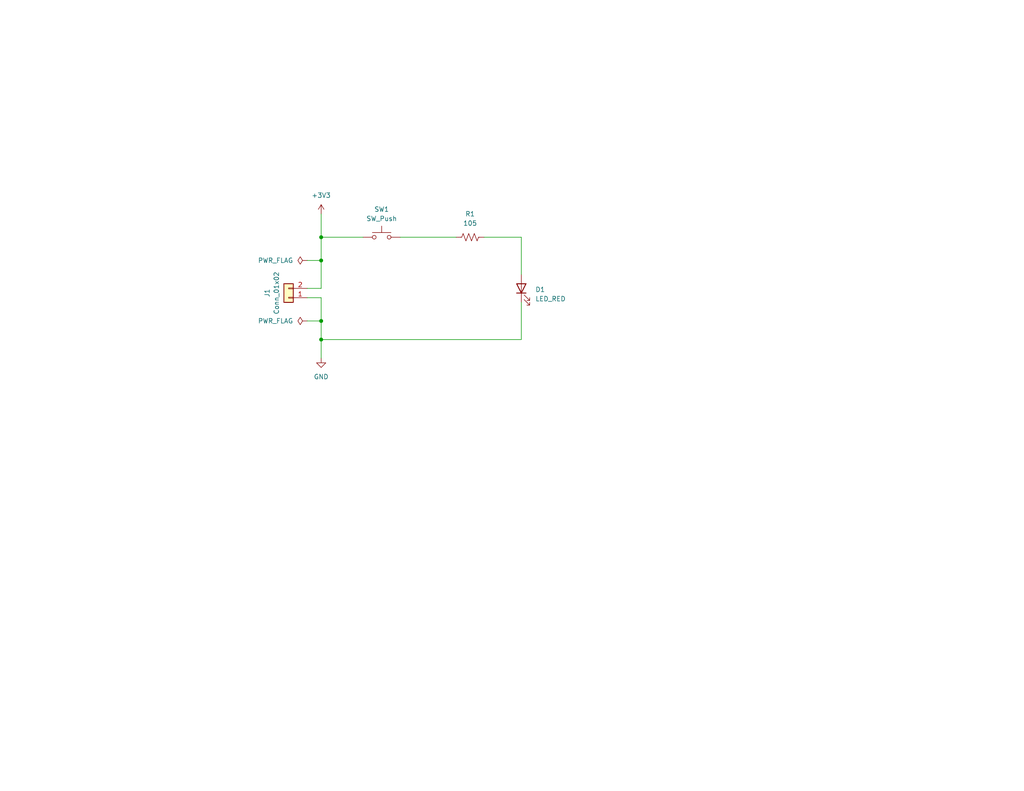
<source format=kicad_sch>
(kicad_sch (version 20231120) (generator "eeschema") (generator_version "8.0")
  (paper "USLetter")
  (title_block (title "LED Project") (date "2024-09-17") (rev "1.0") (company "Illini Solar Car") (comment 1 "Designed By: Angela Huang"))
  (lib_symbols
    (symbol "Connector_Generic:Conn_01x02" (pin_names (offset 1.016) hide)
      (property "Reference" "J" (at 0 2.54 0))
      (property "Value" "Conn_01x02" (at 0 -5.08 0))
      (symbol "Conn_01x02_1_1"
        (rectangle (start -1.27 -2.413) (end 0 -2.667) (stroke (width 0.1524)))
        (rectangle (start -1.27 0.127) (end 0 -0.127) (stroke (width 0.1524)))
        (rectangle (start -1.27 1.27) (end 1.27 -3.81) (stroke (width 0.254)) (fill (type background)))
        (pin passive line (at -5.08 0 0) (length 3.81) (name "Pin_1") (number "1"))
        (pin passive line (at -5.08 -2.54 0) (length 3.81) (name "Pin_2") (number "2"))
      )
    )
    (symbol "Device:LED" (pin_numbers hide) (pin_names (offset 1.016) hide)
      (property "Reference" "D" (at 0 2.54 0))
      (property "Value" "LED" (at 0 -2.54 0))
      (symbol "LED_0_1"
        (polyline (pts (xy -1.27 -1.27) (xy -1.27 1.27)) (stroke (width 0.254)))
        (polyline (pts (xy -1.27 0) (xy 1.27 0)))
        (polyline (pts (xy 1.27 -1.27) (xy 1.27 1.27) (xy -1.27 0) (xy 1.27 -1.27)) (stroke (width 0.254)))
        (polyline (pts (xy -3.048 -0.762) (xy -4.572 -2.286) (xy -3.81 -2.286) (xy -4.572 -2.286) (xy -4.572 -1.524)))
        (polyline (pts (xy -1.778 -0.762) (xy -3.302 -2.286) (xy -2.54 -2.286) (xy -3.302 -2.286) (xy -3.302 -1.524)))
      )
      (symbol "LED_1_1"
        (pin passive line (at -3.81 0 0) (length 2.54) (name "K") (number "1"))
        (pin passive line (at 3.81 0 180) (length 2.54) (name "A") (number "2"))
      )
    )
    (symbol "Device:R_US" (pin_numbers hide) (pin_names (offset 0))
      (property "Reference" "R" (at 2.54 0 90))
      (property "Value" "R_US" (at -2.54 0 90))
      (symbol "R_US_0_1"
        (polyline (pts (xy 0 -2.286) (xy 0 -2.54)))
        (polyline (pts (xy 0 2.286) (xy 0 2.54)))
        (polyline (pts (xy 0 -0.762) (xy 1.016 -1.143) (xy 0 -1.524) (xy -1.016 -1.905) (xy 0 -2.286)))
        (polyline (pts (xy 0 0.762) (xy 1.016 0.381) (xy 0 0) (xy -1.016 -0.381) (xy 0 -0.762)))
        (polyline (pts (xy 0 2.286) (xy 1.016 1.905) (xy 0 1.524) (xy -1.016 1.143) (xy 0 0.762)))
      )
      (symbol "R_US_1_1"
        (pin passive line (at 0 3.81 270) (length 1.27) (name "~") (number "1"))
        (pin passive line (at 0 -3.81 90) (length 1.27) (name "~") (number "2"))
      )
    )
    (symbol "Switch:SW_Push" (pin_numbers hide) (pin_names (offset 1.016) hide)
      (property "Reference" "SW" (at 1.27 2.54 0))
      (property "Value" "SW_Push" (at 0 -1.524 0))
      (symbol "SW_Push_0_1"
        (circle (center -2.032 0) (radius 0.508))
        (polyline (pts (xy 0 1.27) (xy 0 3.048)))
        (polyline (pts (xy 2.54 1.27) (xy -2.54 1.27)))
        (circle (center 2.032 0) (radius 0.508))
        (pin passive line (at -5.08 0 0) (length 2.54) (name "1") (number "1"))
        (pin passive line (at 5.08 0 180) (length 2.54) (name "2") (number "2"))
      )
    )
    (symbol "power:+3V3" (power) (pin_names (offset 0))
      (property "Value" "+3V3" (at 0 3.556 0))
      (symbol "+3V3_0_1"
        (polyline (pts (xy -0.762 1.27) (xy 0 2.54)))
        (polyline (pts (xy 0 0) (xy 0 2.54)))
        (polyline (pts (xy 0 2.54) (xy 0.762 1.27)))
      )
      (symbol "+3V3_1_1"
        (pin power_in line (at 0 0 90) (length 0) hide (name "+3V3") (number "1"))
      )
    )
    (symbol "power:GND" (power) (pin_names (offset 0))
      (property "Value" "GND" (at 0 -3.81 0))
      (symbol "GND_0_1"
        (polyline (pts (xy 0 0) (xy 0 -1.27) (xy 1.27 -1.27) (xy 0 -2.54) (xy -1.27 -1.27) (xy 0 -1.27)))
      )
      (symbol "GND_1_1"
        (pin power_in line (at 0 0 270) (length 0) hide (name "GND") (number "1"))
      )
    )
    (symbol "power:PWR_FLAG" (power) (pin_numbers hide) (pin_names (offset 0) hide)
      (property "Value" "PWR_FLAG" (at 0 3.81 0))
      (symbol "PWR_FLAG_0_0"
        (pin power_out line (at 0 0 90) (length 0) (name "pwr") (number "1"))
      )
      (symbol "PWR_FLAG_0_1"
        (polyline (pts (xy 0 0) (xy 0 1.27) (xy -1.016 1.905) (xy 0 2.54) (xy 1.016 1.905) (xy 0 1.27)))
      )
    )
  )
  (junction (at 87.63 64.77))
  (junction (at 87.63 87.63))
  (junction (at 87.63 71.12))
  (junction (at 87.63 92.71))
  (wire (pts (xy 109.22 64.77) (xy 124.46 64.77)))
  (wire (pts (xy 142.24 64.77) (xy 142.24 74.93)))
  (wire (pts (xy 87.63 81.28) (xy 83.82 81.28)))
  (wire (pts (xy 87.63 64.77) (xy 87.63 71.12)))
  (wire (pts (xy 99.06 64.77) (xy 87.63 64.77)))
  (wire (pts (xy 83.82 71.12) (xy 87.63 71.12)))
  (wire (pts (xy 87.63 71.12) (xy 87.63 78.74)))
  (wire (pts (xy 142.24 82.55) (xy 142.24 92.71)))
  (wire (pts (xy 87.63 92.71) (xy 87.63 87.63)))
  (wire (pts (xy 87.63 78.74) (xy 83.82 78.74)))
  (wire (pts (xy 83.82 87.63) (xy 87.63 87.63)))
  (wire (pts (xy 87.63 87.63) (xy 87.63 81.28)))
  (wire (pts (xy 132.08 64.77) (xy 142.24 64.77)))
  (wire (pts (xy 87.63 92.71) (xy 142.24 92.71)))
  (wire (pts (xy 87.63 58.42) (xy 87.63 64.77)))
  (wire (pts (xy 87.63 92.71) (xy 87.63 97.79)))
  (symbol (lib_id "power:PWR_FLAG") (at 83.82 71.12 90) (unit 1)
    (property "Reference" "#FLG01" (effects (hide yes)))
    (property "Value" "PWR_FLAG" (at 80.01 71.1199 90) (effects (justify left)))
    (property "Description" "Special symbol for telling ERC where power comes from" (effects (hide yes)))
  )
  (symbol (lib_id "Connector_Generic:Conn_01x02") (at 78.74 81.28 180) (unit 1)
    (property "Reference" "J1" (at 72.898 80.01 90))
    (property "Value" "Conn_01x02" (at 75.438 80.01 90))
    (property "Footprint" "Connector_Molex:Molex_KK-254_AE-6410-02A_1x02_P2.54mm_Vertical" (effects (hide yes)))
    (property "Datasheet" "https://www.molex.com/content/dam/molex/molex-dot-com/products/automated/en-us/salesdrawingpdf/641/6410/022272021_sd.pdf?inline" (effects (hide yes)))
    (property "Description" "Generic connector, single row, 01x02, script generated (kicad-library-utils/schlib/autogen/connector/)" (effects (hide yes)))
    (property "MPN" "022272021" (effects (hide yes)))
  )
  (symbol (lib_id "Switch:SW_Push") (at 104.14 64.77 0) (unit 1)
    (property "Reference" "SW1" (at 104.14 57.15 0))
    (property "Value" "SW_Push" (at 104.14 59.69 0))
    (property "Footprint" "Button_Switch_SMD:SW_DIP_SPSTx01_Slide_6.7x4.1mm_W8.61mm_P2.54mm_LowProfile" (effects (hide yes)))
    (property "Datasheet" "https://www.digikey.com/htmldatasheets/production/20663/0/0/1/2-1825910-2.pdf" (effects (hide yes)))
    (property "Description" "Push button switch, generic, two pins" (effects (hide yes)))
    (property "MPN" "1825910-6" (effects (hide yes)))
  )
  (symbol (lib_id "power:GND") (at 87.63 97.79 0) (unit 1)
    (property "Reference" "#PWR02" (effects (hide yes)))
    (property "Value" "GND" (at 87.63 102.87 0))
    (property "Description" "Power symbol creates a global label with name \"GND\" , ground" (effects (hide yes)))
  )
  (symbol (lib_id "power:PWR_FLAG") (at 83.82 87.63 90) (unit 1)
    (property "Reference" "#FLG02" (effects (hide yes)))
    (property "Value" "PWR_FLAG" (at 80.01 87.6299 90) (effects (justify left)))
    (property "Description" "Special symbol for telling ERC where power comes from" (effects (hide yes)))
  )
  (symbol (lib_id "Device:LED") (at 142.24 78.74 90) (unit 1)
    (property "Reference" "D1" (at 146.05 79.0574 90) (effects (justify right)))
    (property "Value" "LED_RED" (at 146.05 81.5974 90) (effects (justify right)))
    (property "Footprint" "layout:LED_0603_Symbol_on_F.SilkS" (effects (hide yes)))
    (property "Description" "Light emitting diode" (effects (hide yes)))
  )
  (symbol (lib_id "power:+3V3") (at 87.63 58.42 0) (unit 1)
    (property "Reference" "#PWR01" (effects (hide yes)))
    (property "Value" "+3V3" (at 87.63 53.34 0))
    (property "Description" "Power symbol creates a global label with name \"+3V3\"" (effects (hide yes)))
  )
  (symbol (lib_id "Device:R_US") (at 128.27 64.77 90) (unit 1)
    (property "Reference" "R1" (at 128.27 58.42 90))
    (property "Value" "105" (at 128.27 60.96 90))
    (property "Footprint" "Resistor_SMD:R_0603_1608Metric_Pad0.98x0.95mm_HandSolder" (effects (hide yes)))
    (property "Description" "Resistor, US symbol" (effects (hide yes)))
  )
)
</source>
